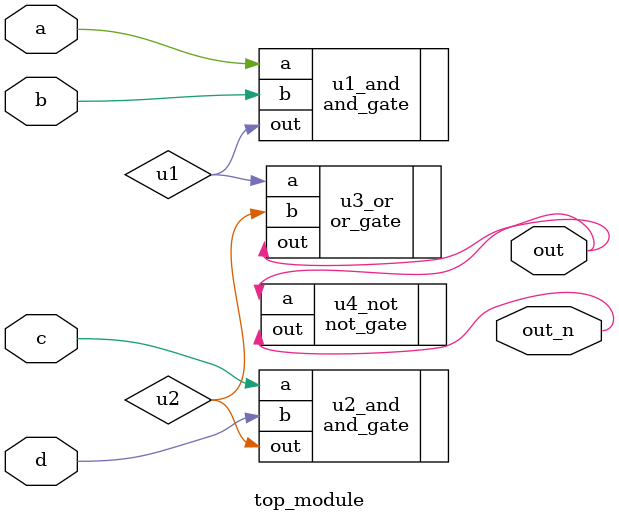
<source format=sv>
module top_module (
	input a,
	input b,
	input c,
	input d,
	output out,
	output out_n );

	wire u1;
	wire u2;

	and_gate u1_and (
		.a(a),
		.b(b),
		.out(u1)
	);

	and_gate u2_and (
		.a(c),
		.b(d),
		.out(u2)
	);

	or_gate u3_or (
		.a(u1),
		.b(u2),
		.out(out)
	);

	not_gate u4_not (
		.a(out),
		.out(out_n)
	);

endmodule

</source>
